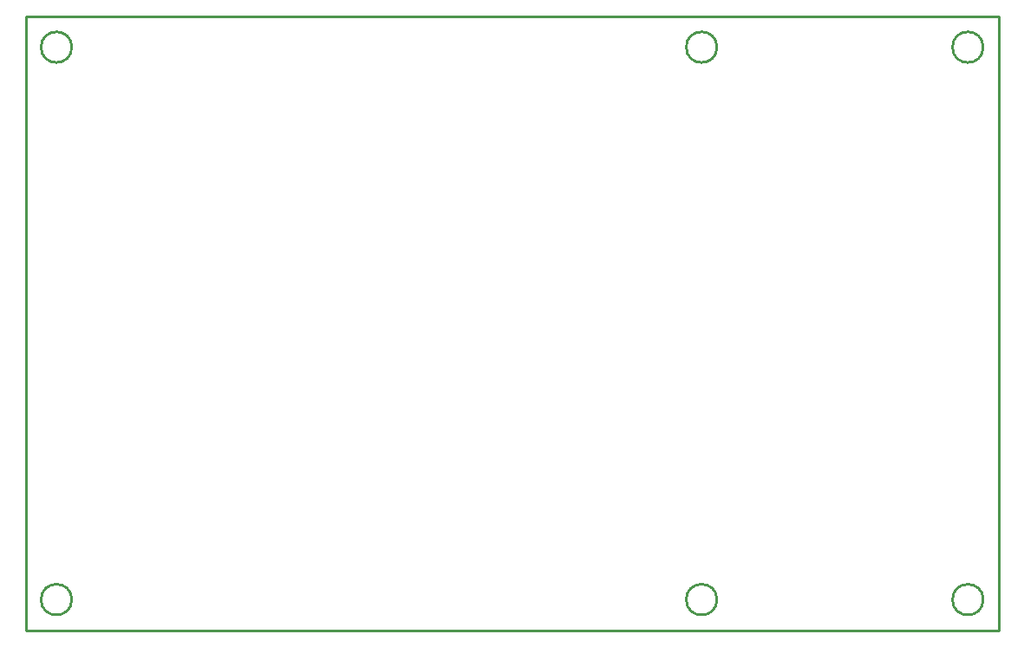
<source format=gko>
G04*
G04 #@! TF.GenerationSoftware,Altium Limited,Altium Designer,21.6.1 (37)*
G04*
G04 Layer_Color=16711935*
%FSTAX24Y24*%
%MOIN*%
G70*
G04*
G04 #@! TF.SameCoordinates,B7BCD236-E72C-41E6-AEDC-B20C2DB60F4C*
G04*
G04*
G04 #@! TF.FilePolarity,Positive*
G04*
G01*
G75*
%ADD10C,0.0100*%
D10*
X001822Y022491D02*
G03*
X001822Y022491I-000591J0D01*
G01*
Y001231D02*
G03*
X001822Y001231I-000591J0D01*
G01*
X036861D02*
G03*
X036861Y001231I-000591J0D01*
G01*
Y022491D02*
G03*
X036861Y022491I-000591J0D01*
G01*
X026625Y001231D02*
G03*
X026625Y001231I-000591J0D01*
G01*
Y022491D02*
G03*
X026625Y022491I-000591J0D01*
G01*
X00005Y023672D02*
X037452D01*
Y00005D02*
Y023672D01*
X00005Y00005D02*
X037452D01*
X00005D02*
Y023672D01*
M02*

</source>
